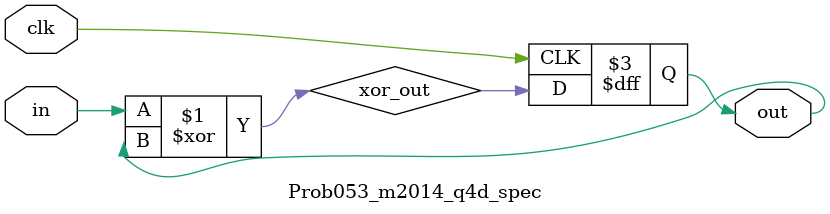
<source format=v>
module Prob053_m2014_q4d_spec(input [0:0] clk, input [0:0] in, output reg [0:0] out);
  wire xor_out;
  
  assign xor_out = in[0] ^ out[0]; // XOR operation
  
  always @(posedge clk[0]) begin
    out[0] <= xor_out; // D flip-flop captures xor_out on positive edge of clk
  end
  
endmodule

</source>
